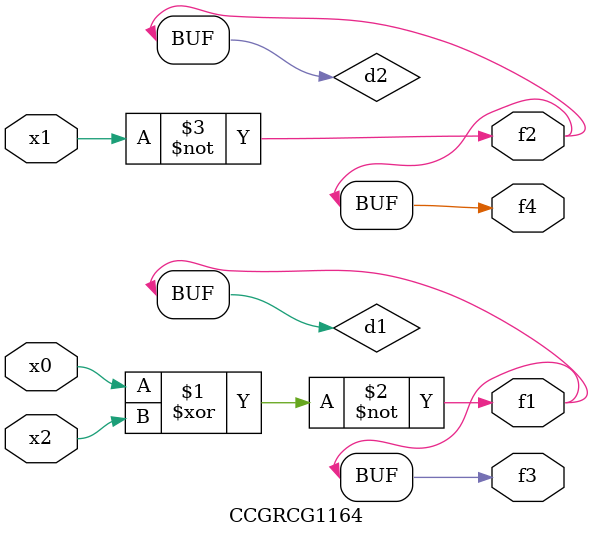
<source format=v>
module CCGRCG1164(
	input x0, x1, x2,
	output f1, f2, f3, f4
);

	wire d1, d2, d3;

	xnor (d1, x0, x2);
	nand (d2, x1);
	nor (d3, x1, x2);
	assign f1 = d1;
	assign f2 = d2;
	assign f3 = d1;
	assign f4 = d2;
endmodule

</source>
